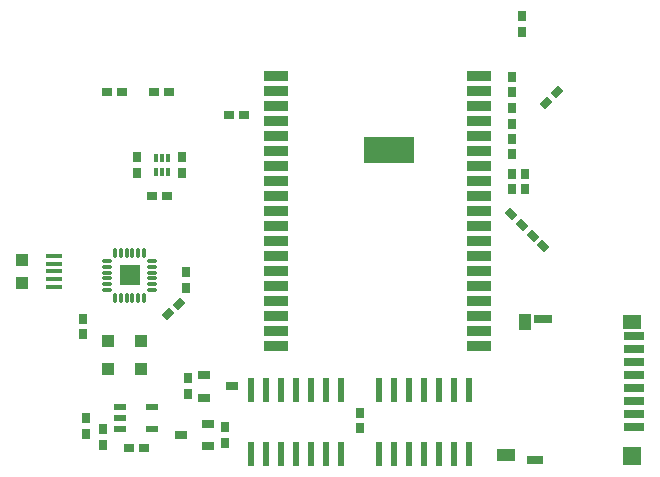
<source format=gbr>
G04 DipTrace 3.3.1.3*
G04 BottomPaste.gbr*
%MOMM*%
G04 #@! TF.FileFunction,Paste,Bot*
G04 #@! TF.Part,Single*
%AMOUTLINE0*
4,1,4,
-0.5657,0.0707,
-0.0707,0.5657,
0.5657,-0.0707,
0.0707,-0.5657,
-0.5657,0.0707,
0*%
%AMOUTLINE2*
4,1,4,
-0.0707,-0.5657,
-0.5657,-0.0707,
0.0707,0.5657,
0.5657,0.0707,
-0.0707,-0.5657,
0*%
%ADD20R,0.7X0.9*%
%ADD21R,0.9X0.7*%
%ADD27R,1.35X0.4*%
%ADD30R,1.5X1.5*%
%ADD31R,1.0X1.0*%
%ADD32R,1.75X0.7*%
%ADD33R,1.5X1.3*%
%ADD34R,1.55X1.0*%
%ADD35R,1.4X0.8*%
%ADD36R,1.5X0.8*%
%ADD37R,1.0X1.45*%
%ADD39R,0.3X0.67*%
%ADD41R,1.05X0.65*%
%ADD51R,2.0X0.9*%
%ADD53R,4.3X2.3*%
%ADD55O,0.85X0.3*%
%ADD56O,0.3X0.85*%
%ADD58R,1.75X1.75*%
%ADD59R,0.6X2.0*%
%ADD61R,1.1X0.6*%
%ADD134OUTLINE0*%
%ADD136OUTLINE2*%
%FSLAX35Y35*%
G04*
G71*
G90*
G75*
G01*
G04 BotPaste*
%LPD*%
D20*
X5286257Y6683257D3*
Y6813257D3*
X2111260Y6000633D3*
Y6130633D3*
D134*
X5553253Y5375383D3*
X5461327Y5467310D3*
D20*
X2524003Y5026780D3*
Y5156780D3*
X1650880Y4762380D3*
Y4632380D3*
X4000380Y3968633D3*
Y3838633D3*
X1825507Y3825757D3*
Y3695757D3*
D21*
X2174757Y3667007D3*
X2044757D3*
D31*
X2143007Y4571880D3*
X1863007D3*
X2143007Y4333757D3*
X1863007D3*
D27*
X1404713Y5033883D3*
Y5098883D3*
Y5163883D3*
Y5228883D3*
Y5293883D3*
D31*
X1134713Y5063883D3*
Y5263883D3*
D32*
X6318133Y4619507D3*
Y4509407D3*
Y4399507D3*
X6318167Y4289440D3*
Y4179440D3*
Y4069473D3*
Y3959440D3*
X6318133Y3849507D3*
D33*
X6306133Y4739407D3*
D30*
Y3604407D3*
D34*
X5237667Y3610440D3*
D35*
X5480667Y3569473D3*
D36*
X5545733Y4764407D3*
D37*
X5395733Y4732507D3*
D39*
X2270006Y6127633D3*
X2320006D3*
X2370006D3*
Y6002633D3*
X2320006D3*
X2270006D3*
D41*
X2682757Y4095630D3*
Y4285630D3*
X2912757Y4190630D3*
X2714507Y3873380D3*
Y3683380D3*
X2484507Y3778380D3*
D21*
X2888703Y6485123D3*
X3018703D3*
D20*
X5286260Y6413383D3*
Y6543383D3*
X5370077Y7193910D3*
Y7323910D3*
X5286253Y5857757D3*
Y5987757D3*
X5397383Y5858703D3*
Y5988703D3*
D21*
X2368547Y5804617D3*
X2238547D3*
D20*
X2492257Y6000633D3*
Y6130633D3*
D134*
X5367277Y5559123D3*
X5275350Y5651050D3*
D136*
X2375653Y4799607D3*
X2467580Y4891533D3*
D21*
X1857257Y6683257D3*
X1987257D3*
D20*
X5286253Y6157880D3*
Y6287880D3*
D136*
X5665487Y6680743D3*
X5573560Y6588817D3*
D21*
X2254133Y6683257D3*
X2384133D3*
D20*
X2539880Y4127380D3*
Y4257380D3*
X1682630Y3921007D3*
Y3791007D3*
X2857380Y3714633D3*
Y3844633D3*
D51*
X5008923Y6819107D3*
X5009923Y6692107D3*
Y6565107D3*
Y6438107D3*
Y6311107D3*
Y6184107D3*
Y6057107D3*
Y5930107D3*
Y5803107D3*
Y5676107D3*
Y5549107D3*
Y5422107D3*
Y5295107D3*
Y5168107D3*
X3287717Y5169073D3*
Y5296073D3*
Y5423073D3*
Y5550070D3*
Y5677073D3*
Y4534073D3*
Y4661073D3*
Y4788073D3*
Y4915073D3*
Y5042073D3*
X3287723Y5803207D3*
Y5930207D3*
Y6057207D3*
Y6184207D3*
Y6311207D3*
Y6438207D3*
Y6565207D3*
Y6692207D3*
Y6819207D3*
D53*
X4246923Y6188907D3*
D51*
X5009913Y5041970D3*
Y4914970D3*
Y4787970D3*
Y4660970D3*
Y4533970D3*
D55*
X2238256Y5254507D3*
Y5204507D3*
Y5154507D3*
Y5104507D3*
Y5054507D3*
Y5004507D3*
D56*
X2173256Y4939507D3*
X2123256D3*
X2073256D3*
X2023256D3*
X1973256D3*
X1923256D3*
D55*
X1858256Y5004507D3*
Y5054507D3*
Y5104507D3*
Y5154507D3*
Y5204507D3*
Y5254507D3*
D56*
X1923256Y5319507D3*
X1973256D3*
X2023256D3*
X2073256D3*
X2123256D3*
X2173256D3*
D58*
X2048256Y5129507D3*
D59*
X3841630Y3619380D3*
X3714630D3*
X3587630D3*
X3460630D3*
X3333630D3*
X3206630D3*
X3079630D3*
Y4159380D3*
X3206630D3*
X3333630D3*
X3460630D3*
X3587630D3*
X3714630D3*
X3841630D3*
X4921130Y3619380D3*
X4794130D3*
X4667130D3*
X4540130D3*
X4413130D3*
X4286130D3*
X4159130D3*
Y4159380D3*
X4286130D3*
X4413130D3*
X4540130D3*
X4667130D3*
X4794130D3*
X4921130D3*
D61*
X1968380Y3825757D3*
Y3920757D3*
Y4015757D3*
X2238380D3*
Y3825757D3*
M02*

</source>
